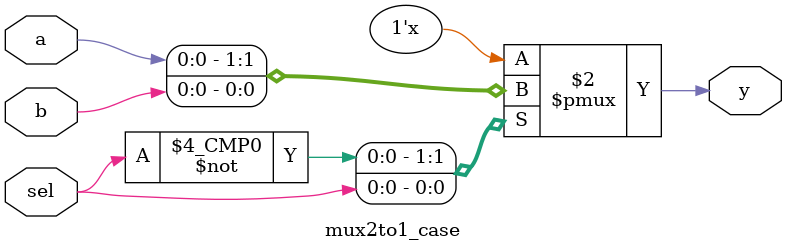
<source format=v>
module mux2to1_case (output reg y, input a, b, sel);
    always @ (a or b or sel)
    begin
        case (sel)
            1'b0: y = a;   // When select is 0, output follows input a
            1'b1: y = b;   // When select is 1, output follows input b
            default: y = 1'bx; // Undefined select value
        endcase
    end
endmodule
</source>
